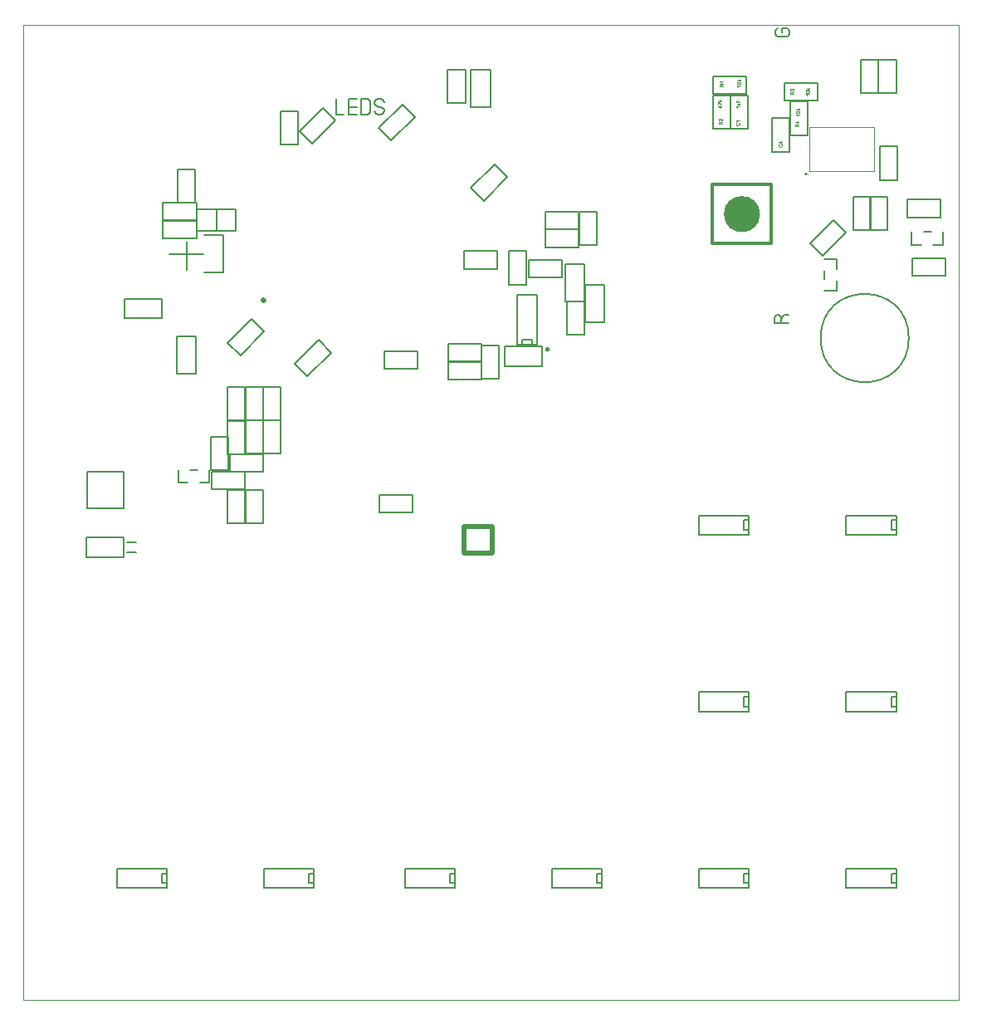
<source format=gbr>
%FSLAX34Y34*%
%MOMM*%
%LNSILK_TOP*%
G71*
G01*
%ADD10C, 0.002*%
%ADD11C, 0.150*%
%ADD12C, 0.100*%
%ADD13C, 0.200*%
%ADD14C, 0.000*%
%ADD15C, 0.500*%
%ADD16C, 0.300*%
%ADD17C, 0.064*%
%ADD18C, 0.178*%
%LPD*%
G54D10*
X0Y1000000D02*
X954000Y1000000D01*
X954000Y6000D01*
X0Y6000D01*
X0Y1000000D01*
G54D11*
X184002Y785234D02*
X204002Y785234D01*
X204002Y747234D01*
X184002Y747234D01*
G54D12*
G75*
G01X247309Y718906D02*
G03X247309Y718906I-2500J0D01*
G01*
G36*
G75*
G01X247309Y718906D02*
G03X247309Y718906I-2500J0D01*
G01*
G37*
X247309Y718906D01*
G54D11*
X449640Y751000D02*
X449640Y769000D01*
X483640Y769000D01*
X483640Y751000D01*
X449640Y751000D01*
G54D11*
X566256Y791159D02*
X566256Y773159D01*
X532256Y773159D01*
X532256Y791159D01*
X566256Y791159D01*
G54D11*
X566256Y809415D02*
X566256Y791415D01*
X532256Y791415D01*
X532256Y809415D01*
X566256Y809415D01*
G54D11*
X480631Y857362D02*
X493359Y844634D01*
X469317Y820593D01*
X456589Y833320D01*
X480631Y857362D01*
G54D11*
X367950Y649334D02*
X367950Y667334D01*
X401950Y667334D01*
X401950Y649334D01*
X367950Y649334D01*
G54D11*
X503758Y673534D02*
X523758Y673534D01*
X523758Y724634D01*
X503758Y724634D01*
X503758Y673534D01*
G54D11*
X508758Y673534D02*
X518758Y673534D01*
X518759Y678534D01*
X508758Y678534D01*
X508758Y673534D01*
G54D13*
X318624Y924207D02*
X318624Y908207D01*
X327024Y908207D01*
G54D13*
X339824Y908207D02*
X331424Y908207D01*
X331424Y924207D01*
X339824Y924207D01*
G54D13*
X331424Y916207D02*
X339824Y916207D01*
G54D13*
X344224Y908207D02*
X344224Y924207D01*
X350224Y924207D01*
X352624Y923207D01*
X353824Y921207D01*
X353824Y911207D01*
X352624Y909207D01*
X350224Y908207D01*
X344224Y908207D01*
G54D13*
X358224Y911207D02*
X359424Y909207D01*
X361824Y908207D01*
X364224Y908207D01*
X366624Y909207D01*
X367824Y911207D01*
X367824Y913207D01*
X366624Y915207D01*
X364224Y916207D01*
X361824Y916207D01*
X359424Y917207D01*
X358224Y919207D01*
X358224Y921207D01*
X359424Y923207D01*
X361824Y924207D01*
X364224Y924207D01*
X366624Y923207D01*
X367824Y921207D01*
G54D11*
X262213Y911645D02*
X280213Y911645D01*
X280213Y877645D01*
X262213Y877645D01*
X262213Y911645D01*
G54D11*
X386566Y918587D02*
X399294Y905859D01*
X375253Y881817D01*
X362525Y894545D01*
X386566Y918587D01*
G54D11*
X305604Y915015D02*
X318332Y902287D01*
X294290Y878246D01*
X281562Y890974D01*
X305604Y915015D01*
G54D11*
X276806Y654330D02*
X289534Y641602D01*
X313575Y665644D01*
X300848Y678372D01*
X276806Y654330D01*
G54D11*
X157883Y545810D02*
X157883Y532810D01*
X167883Y532810D01*
G54D11*
X177883Y545810D02*
X169883Y545810D01*
G54D11*
X549039Y760433D02*
X549039Y742433D01*
X515039Y742433D01*
X515039Y760433D01*
X549039Y760433D01*
G54D11*
X467322Y674432D02*
X467322Y656432D01*
X433322Y656432D01*
X433322Y674432D01*
X467322Y674432D01*
G54D11*
X572227Y683540D02*
X554227Y683540D01*
X554227Y717540D01*
X572227Y717540D01*
X572227Y683540D01*
G54D11*
X552463Y755932D02*
X572463Y755932D01*
X572463Y717932D01*
X552463Y717932D01*
X552463Y755932D01*
G54D11*
X528789Y671971D02*
X528789Y651971D01*
X490789Y651971D01*
X490789Y671971D01*
X528789Y671971D01*
G54D11*
X572670Y734435D02*
X592670Y734435D01*
X592670Y696435D01*
X572670Y696435D01*
X572670Y734435D01*
G54D11*
X467322Y656176D02*
X467322Y638176D01*
X433322Y638176D01*
X433322Y656176D01*
X467322Y656176D01*
G54D11*
X584780Y809147D02*
X566780Y809146D01*
X566780Y775147D01*
X584780Y775146D01*
X584780Y809147D01*
G54D11*
X396677Y520604D02*
X396677Y502604D01*
X362677Y502604D01*
X362677Y520604D01*
X396677Y520604D01*
G54D11*
X432766Y953942D02*
X450766Y953942D01*
X450766Y919943D01*
X432766Y919942D01*
X432766Y953942D01*
G54D11*
X245304Y686949D02*
X232576Y699677D01*
X208534Y675636D01*
X221262Y662908D01*
X245304Y686949D01*
G54D11*
X190767Y545776D02*
X208767Y545776D01*
X208767Y579776D01*
X190767Y579776D01*
X190767Y545776D01*
G54D11*
X189889Y545804D02*
X189889Y532804D01*
X179889Y532804D01*
G54D11*
X142378Y782166D02*
X142378Y800166D01*
X176378Y800166D01*
X176378Y782166D01*
X142378Y782166D01*
G54D11*
X740143Y119667D02*
X740143Y139668D01*
X689042Y139667D01*
X689042Y119667D01*
X740143Y119667D01*
G54D11*
X740143Y124667D02*
X740143Y134667D01*
X735143Y134668D01*
X735143Y124667D01*
X740143Y124667D01*
G54D11*
X440143Y119667D02*
X440143Y139668D01*
X389043Y139667D01*
X389042Y119667D01*
X440143Y119667D01*
G54D11*
X440143Y124667D02*
X440143Y134667D01*
X435143Y134668D01*
X435143Y124667D01*
X440143Y124667D01*
G54D11*
X890142Y119667D02*
X890142Y139668D01*
X839042Y139667D01*
X839042Y119667D01*
X890142Y119667D01*
G54D11*
X890142Y124667D02*
X890142Y134667D01*
X885142Y134668D01*
X885142Y124667D01*
X890142Y124667D01*
G54D11*
X590143Y119667D02*
X590142Y139668D01*
X539042Y139667D01*
X539042Y119667D01*
X590143Y119667D01*
G54D11*
X590142Y124667D02*
X590142Y134667D01*
X585142Y134668D01*
X585143Y124667D01*
X590142Y124667D01*
G54D11*
X890143Y299667D02*
X890142Y319668D01*
X839042Y319667D01*
X839042Y299667D01*
X890143Y299667D01*
G54D11*
X890142Y304667D02*
X890142Y314667D01*
X885142Y314668D01*
X885143Y304667D01*
X890142Y304667D01*
G54D11*
X740143Y299667D02*
X740142Y319668D01*
X689042Y319667D01*
X689042Y299667D01*
X740143Y299667D01*
G54D11*
X740142Y304667D02*
X740142Y314667D01*
X735142Y314668D01*
X735143Y304667D01*
X740142Y304667D01*
G54D11*
X740143Y479667D02*
X740142Y499668D01*
X689042Y499668D01*
X689042Y479668D01*
X740143Y479667D01*
G54D11*
X740142Y484668D02*
X740142Y494668D01*
X735142Y494668D01*
X735143Y484668D01*
X740142Y484668D01*
G54D11*
X296493Y119667D02*
X296493Y139668D01*
X245392Y139667D01*
X245392Y119667D01*
X296493Y119667D01*
G54D11*
X296493Y124667D02*
X296493Y134667D01*
X291493Y134668D01*
X291493Y124667D01*
X296493Y124667D01*
G54D11*
X146493Y119667D02*
X146493Y139668D01*
X95392Y139667D01*
X95392Y119667D01*
X146493Y119667D01*
G54D11*
X146493Y124667D02*
X146493Y134667D01*
X141493Y134668D01*
X141493Y124667D01*
X146493Y124667D01*
G54D11*
X485357Y638907D02*
X467357Y638907D01*
X467357Y672907D01*
X485357Y672907D01*
X485357Y638907D01*
G54D11*
X513026Y734996D02*
X495026Y734996D01*
X495026Y768996D01*
X513026Y768996D01*
X513026Y734996D01*
G54D11*
X456450Y953624D02*
X476450Y953624D01*
X476450Y915624D01*
X456450Y915624D01*
X456450Y953624D01*
G54D14*
G75*
G01X536340Y668718D02*
G03X536340Y668718I-2000J0D01*
G01*
G36*
G75*
G01X536340Y668718D02*
G03X536340Y668718I-2000J0D01*
G01*
G37*
X536340Y668718D01*
G54D15*
X449012Y461152D02*
X478381Y461152D01*
X478381Y488537D01*
X449012Y488537D01*
X449012Y461152D01*
G54D13*
X196808Y789368D02*
X216841Y789368D01*
X216841Y811990D01*
X196808Y811990D01*
X196808Y789368D01*
G54D13*
X176379Y789368D02*
X196808Y789368D01*
X196808Y811990D01*
X176379Y811990D01*
X176379Y789368D01*
G54D11*
X142378Y800423D02*
X142378Y818423D01*
X176378Y818423D01*
X176378Y800423D01*
X142378Y800423D01*
G54D11*
X157521Y852696D02*
X175521Y852696D01*
X175521Y818696D01*
X157521Y818696D01*
X157521Y852696D01*
G54D11*
X262518Y630552D02*
X244519Y630553D01*
X244519Y596553D01*
X262518Y596552D01*
X262518Y630552D01*
G54D11*
X244659Y630552D02*
X226660Y630553D01*
X226660Y596553D01*
X244659Y596552D01*
X244659Y630552D01*
G54D11*
X262518Y596421D02*
X244519Y596421D01*
X244519Y562421D01*
X262518Y562421D01*
X262518Y596421D01*
G54D11*
X244659Y596421D02*
X226660Y596421D01*
X226660Y562421D01*
X244659Y562421D01*
X244659Y596421D01*
G54D11*
X225938Y525679D02*
X207939Y525679D01*
X207939Y491680D01*
X225939Y491679D01*
X225938Y525679D01*
G54D11*
X244324Y525610D02*
X226324Y525610D01*
X226324Y491610D01*
X244324Y491610D01*
X244324Y525610D01*
G54D11*
X226215Y630531D02*
X208215Y630532D01*
X208215Y596532D01*
X226215Y596531D01*
X226215Y630531D01*
G54D11*
X226212Y596230D02*
X208212Y596230D01*
X208212Y562230D01*
X226212Y562230D01*
X226212Y596230D01*
G54D11*
X226168Y526133D02*
X226169Y544133D01*
X192169Y544132D01*
X192168Y526132D01*
X226168Y526133D01*
G54D11*
X244325Y543989D02*
X244325Y561989D01*
X210325Y561989D01*
X210325Y543989D01*
X244325Y543989D01*
G54D11*
X148975Y765952D02*
X183900Y765952D01*
G54D11*
X166438Y778652D02*
X166438Y750078D01*
G54D11*
X156234Y681840D02*
X176234Y681840D01*
X176234Y643840D01*
X156234Y643840D01*
X156234Y681840D01*
G54D11*
X141012Y720390D02*
X141012Y700390D01*
X103012Y700390D01*
X103012Y720390D01*
X141012Y720390D01*
G54D11*
X890143Y479667D02*
X890143Y499668D01*
X839042Y499667D01*
X839042Y479667D01*
X890143Y479667D01*
G54D11*
X890143Y484667D02*
X890143Y494667D01*
X885143Y494668D01*
X885143Y484667D01*
X890143Y484667D01*
G54D13*
X102083Y477106D02*
X64583Y477106D01*
X64583Y457106D01*
X102083Y457106D01*
X102083Y477106D01*
G54D13*
X105258Y472106D02*
X115258Y472106D01*
G54D13*
X105258Y462106D02*
X115258Y462106D01*
G54D13*
X101978Y544327D02*
X101978Y506624D01*
X64672Y506624D01*
X64672Y544327D01*
X101978Y544327D01*
G54D12*
X805185Y850548D02*
X801435Y850548D01*
G54D12*
X867435Y895548D02*
X863685Y895548D01*
G54D12*
X805185Y895548D02*
X801435Y895548D01*
G54D12*
X801435Y873048D02*
X801435Y895548D01*
G54D12*
X801435Y850548D02*
X801435Y873048D01*
G54D12*
X867435Y873048D02*
X867435Y895548D01*
G54D12*
X867435Y850548D02*
X867435Y873048D01*
G54D12*
X801435Y895548D02*
X867435Y895548D01*
G54D12*
X867435Y850548D02*
X801435Y850548D01*
G54D12*
G75*
G01X799520Y847685D02*
G03X799520Y847685I-1191J0D01*
G01*
G36*
G75*
G01X799520Y847685D02*
G03X799520Y847685I-1191J0D01*
G01*
G37*
X799520Y847685D01*
G54D11*
X873387Y875735D02*
X891387Y875735D01*
X891387Y841735D01*
X873387Y841735D01*
X873387Y875735D01*
G54D11*
X906128Y788680D02*
X906128Y775680D01*
X916128Y775680D01*
G54D11*
X926128Y788680D02*
X918128Y788680D01*
G54D11*
X938135Y788674D02*
X938135Y775674D01*
X928135Y775674D01*
G54D11*
X906634Y743856D02*
X906634Y761856D01*
X940634Y761856D01*
X940634Y743856D01*
X906634Y743856D01*
G54D11*
X901391Y803455D02*
X901391Y821455D01*
X935391Y821455D01*
X935391Y803455D01*
X901391Y803455D01*
G54D11*
X846141Y824475D02*
X864141Y824475D01*
X864141Y790475D01*
X846141Y790475D01*
X846141Y824475D01*
G54D11*
X863641Y824475D02*
X881641Y824475D01*
X881641Y790475D01*
X863641Y790475D01*
X863641Y824475D01*
G54D11*
X890146Y930175D02*
X872147Y930175D01*
X872147Y964175D01*
X890146Y964175D01*
X890146Y930175D01*
G54D11*
X872078Y930175D02*
X854078Y930175D01*
X854078Y964175D01*
X872078Y964175D01*
X872078Y930175D01*
G54D16*
X702884Y776781D02*
X702884Y836781D01*
X762884Y836781D01*
X762884Y776781D01*
X702884Y776781D01*
G54D12*
G75*
G01X750884Y806781D02*
G03X750884Y806781I-18000J0D01*
G01*
G36*
G75*
G01X750884Y806781D02*
G03X750884Y806781I-18000J0D01*
G01*
G37*
X750884Y806781D01*
G54D13*
G75*
G01X903086Y680459D02*
G03X903086Y680459I-45000J0D01*
G01*
G54D11*
X816463Y728981D02*
X829463Y728981D01*
X829463Y738981D01*
G54D11*
X816463Y748982D02*
X816463Y740981D01*
G54D11*
X816469Y760988D02*
X829469Y760988D01*
X829469Y750988D01*
G54D11*
X826124Y800671D02*
X838852Y787943D01*
X814811Y763901D01*
X802083Y776629D01*
X826124Y800671D01*
G54D11*
X799754Y887474D02*
X781754Y887474D01*
X781754Y921474D01*
X799754Y921474D01*
X799754Y887474D01*
G54D17*
X788976Y897041D02*
X789421Y897841D01*
X789865Y898108D01*
X790754Y898108D01*
G54D17*
X790754Y895974D02*
X787199Y895974D01*
X787199Y897308D01*
X787421Y897841D01*
X787865Y898108D01*
X788310Y898108D01*
X788754Y897841D01*
X788976Y897308D01*
X788976Y895974D01*
G54D17*
X790754Y900951D02*
X787199Y900951D01*
X789421Y899351D01*
X789865Y899351D01*
X789865Y901485D01*
G54D17*
X789420Y907021D02*
X788086Y908354D01*
X791642Y908354D01*
G54D17*
X788753Y911731D02*
X790975Y911731D01*
X791420Y911464D01*
X791642Y910931D01*
X791642Y910398D01*
X791420Y909864D01*
X790975Y909598D01*
X788753Y909598D01*
X788309Y909864D01*
X788086Y910398D01*
X788086Y910931D01*
X788309Y911464D01*
X788753Y911731D01*
G54D17*
X791642Y912975D02*
X788086Y912975D01*
G54D17*
X790309Y913775D02*
X791642Y914575D01*
G54D17*
X790753Y912975D02*
X789642Y914575D01*
G54D11*
X775904Y922646D02*
X775904Y940647D01*
X809904Y940646D01*
X809904Y922646D01*
X775904Y922646D01*
G54D17*
X783927Y930379D02*
X784372Y931179D01*
X784816Y931445D01*
X785705Y931445D01*
G54D17*
X785705Y929312D02*
X782149Y929312D01*
X782149Y930645D01*
X782372Y931179D01*
X782816Y931445D01*
X783261Y931445D01*
X783705Y931179D01*
X783927Y930645D01*
X783927Y929312D01*
G54D17*
X782816Y932689D02*
X782372Y932956D01*
X782149Y933489D01*
X782149Y934022D01*
X782372Y934556D01*
X782816Y934822D01*
X783261Y934822D01*
X783705Y934556D01*
X783927Y934022D01*
X784149Y934556D01*
X784594Y934822D01*
X785038Y934822D01*
X785483Y934556D01*
X785705Y934022D01*
X785705Y933489D01*
X785483Y932956D01*
X785038Y932689D01*
G54D17*
X799181Y927736D02*
X797848Y929069D01*
X801404Y929069D01*
G54D17*
X798515Y932446D02*
X800737Y932446D01*
X801181Y932180D01*
X801404Y931646D01*
X801404Y931113D01*
X801181Y930580D01*
X800737Y930313D01*
X798515Y930313D01*
X798070Y930580D01*
X797848Y931113D01*
X797848Y931646D01*
X798070Y932180D01*
X798515Y932446D01*
G54D17*
X801404Y933690D02*
X797848Y933690D01*
G54D17*
X800070Y934490D02*
X801404Y935290D01*
G54D17*
X800515Y933690D02*
X799404Y935290D01*
G54D11*
X781511Y870474D02*
X763511Y870474D01*
X763511Y904474D01*
X781511Y904474D01*
X781511Y870474D01*
G54D17*
X773177Y877730D02*
X773622Y877464D01*
X773844Y876930D01*
X773844Y876397D01*
X773622Y875864D01*
X773177Y875597D01*
X770955Y875597D01*
X770511Y875864D01*
X770288Y876397D01*
X770288Y876930D01*
X770511Y877464D01*
X770955Y877730D01*
G54D17*
X773844Y880574D02*
X770288Y880574D01*
X772511Y878974D01*
X772955Y878974D01*
X772955Y881107D01*
G54D11*
X739270Y893824D02*
X721270Y893824D01*
X721270Y927824D01*
X739270Y927824D01*
X739270Y893824D01*
G54D17*
X729603Y899481D02*
X730048Y899214D01*
X730270Y898681D01*
X730270Y898147D01*
X730048Y897614D01*
X729603Y897347D01*
X727381Y897347D01*
X726937Y897614D01*
X726714Y898147D01*
X726714Y898681D01*
X726937Y899214D01*
X727381Y899481D01*
G54D17*
X728048Y900724D02*
X726714Y902058D01*
X730270Y902058D01*
G54D17*
X728048Y915414D02*
X726714Y916747D01*
X730270Y916747D01*
G54D17*
X730270Y917991D02*
X728270Y917991D01*
G54D17*
X728714Y917991D02*
X728403Y918257D01*
X728270Y918791D01*
X728403Y919324D01*
X728714Y919591D01*
X730270Y919591D01*
G54D17*
X730270Y920835D02*
X726714Y920835D01*
X726714Y922701D01*
G54D17*
X728492Y920835D02*
X728492Y922701D01*
G54D11*
X721172Y893824D02*
X703172Y893824D01*
X703172Y927824D01*
X721172Y927824D01*
X721172Y893824D01*
G54D17*
X711061Y899747D02*
X711506Y900547D01*
X711950Y900813D01*
X712839Y900813D01*
G54D17*
X712839Y898680D02*
X709284Y898680D01*
X709284Y900013D01*
X709506Y900547D01*
X709950Y900813D01*
X710395Y900813D01*
X710839Y900547D01*
X711061Y900013D01*
X711061Y898680D01*
G54D17*
X712839Y904190D02*
X712839Y902057D01*
X712617Y902057D01*
X712172Y902324D01*
X710839Y903924D01*
X710395Y904190D01*
X709950Y904190D01*
X709506Y903924D01*
X709284Y903390D01*
X709284Y902857D01*
X709506Y902324D01*
X709950Y902057D01*
G54D17*
X712172Y917014D02*
X708617Y917014D01*
X710839Y915414D01*
X711284Y915414D01*
X711284Y917547D01*
G54D17*
X708617Y918791D02*
X708617Y920924D01*
X709061Y920657D01*
X709728Y920124D01*
X710617Y919591D01*
X711284Y919324D01*
X712172Y919324D01*
G54D17*
X712172Y922168D02*
X708617Y922168D01*
G54D17*
X710839Y922968D02*
X712172Y923768D01*
G54D17*
X711284Y922168D02*
X710172Y923768D01*
G54D11*
X703672Y929182D02*
X703672Y947182D01*
X737672Y947182D01*
X737672Y929182D01*
X703672Y929182D01*
G54D17*
X712172Y938182D02*
X712617Y938982D01*
X713061Y939248D01*
X713950Y939248D01*
G54D17*
X713950Y937115D02*
X710395Y937115D01*
X710395Y938448D01*
X710617Y938982D01*
X711061Y939248D01*
X711506Y939248D01*
X711950Y938982D01*
X712172Y938448D01*
X712172Y937115D01*
G54D17*
X711728Y940492D02*
X710395Y941825D01*
X713950Y941825D01*
G54D17*
X729172Y936595D02*
X727839Y937928D01*
X731394Y937928D01*
G54D17*
X728505Y941305D02*
X730727Y941305D01*
X731172Y941039D01*
X731394Y940505D01*
X731394Y939972D01*
X731172Y939439D01*
X730727Y939172D01*
X728505Y939172D01*
X728061Y939439D01*
X727839Y939972D01*
X727839Y940505D01*
X728061Y941039D01*
X728505Y941305D01*
G54D17*
X731394Y942549D02*
X727839Y942549D01*
G54D17*
X730061Y943349D02*
X731394Y944149D01*
G54D17*
X730505Y942549D02*
X729394Y944149D01*
G54D18*
X774024Y992031D02*
X774024Y996298D01*
X778468Y996298D01*
X780246Y995231D01*
X781135Y993098D01*
X781135Y990965D01*
X780246Y988831D01*
X778468Y987765D01*
X769579Y987765D01*
X767801Y988831D01*
X766912Y990965D01*
X766912Y993098D01*
X767801Y995231D01*
X769579Y996298D01*
G54D18*
X772940Y699595D02*
X774717Y702795D01*
X776495Y703862D01*
X780051Y703862D01*
G54D18*
X780050Y695328D02*
X765828Y695328D01*
X765828Y700662D01*
X766717Y702795D01*
X768495Y703862D01*
X770273Y703862D01*
X772051Y702795D01*
X772940Y700662D01*
X772940Y695328D01*
M02*

</source>
